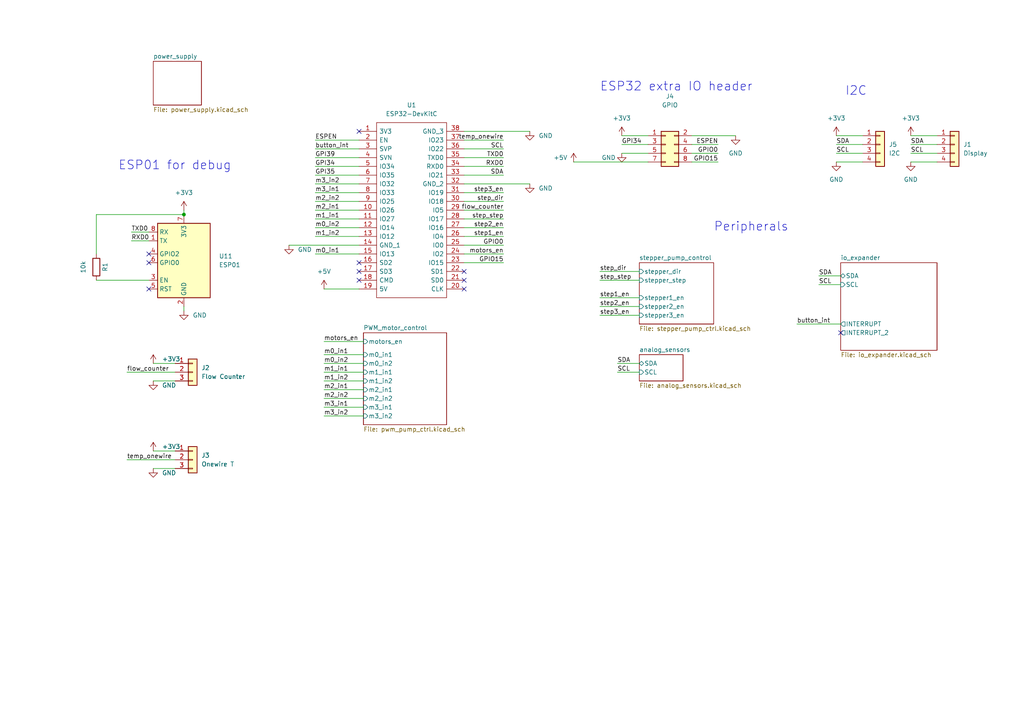
<source format=kicad_sch>
(kicad_sch (version 20211123) (generator eeschema)
  (paper "A4")
  (lib_symbols
    (symbol "Connector_Generic:Conn_01x03" (pin_names (offset 1.016) hide)
      (property "Reference" "J" (at 0 5.08 0))
      (property "Value" "Conn_01x03" (at 0 -5.08 0))
      (symbol "Conn_01x03_1_1"
        (rectangle (start -1.27 -2.413) (end 0 -2.667) (stroke (width 0.1524)))
        (rectangle (start -1.27 0.127) (end 0 -0.127) (stroke (width 0.1524)))
        (rectangle (start -1.27 2.667) (end 0 2.413) (stroke (width 0.1524)))
        (rectangle (start -1.27 3.81) (end 1.27 -3.81) (stroke (width 0.254)) (fill (type background)))
        (pin passive line (at -5.08 2.54 0) (length 3.81) (name "Pin_1") (number "1"))
        (pin passive line (at -5.08 0 0) (length 3.81) (name "Pin_2") (number "2"))
        (pin passive line (at -5.08 -2.54 0) (length 3.81) (name "Pin_3") (number "3"))
      )
    )
    (symbol "Connector_Generic:Conn_01x04" (pin_names (offset 1.016) hide)
      (property "Reference" "J" (at 0 5.08 0))
      (property "Value" "Conn_01x04" (at 0 -7.62 0))
      (symbol "Conn_01x04_1_1"
        (rectangle (start -1.27 -4.953) (end 0 -5.207) (stroke (width 0.1524)))
        (rectangle (start -1.27 -2.413) (end 0 -2.667) (stroke (width 0.1524)))
        (rectangle (start -1.27 0.127) (end 0 -0.127) (stroke (width 0.1524)))
        (rectangle (start -1.27 2.667) (end 0 2.413) (stroke (width 0.1524)))
        (rectangle (start -1.27 3.81) (end 1.27 -6.35) (stroke (width 0.254)) (fill (type background)))
        (pin passive line (at -5.08 2.54 0) (length 3.81) (name "Pin_1") (number "1"))
        (pin passive line (at -5.08 0 0) (length 3.81) (name "Pin_2") (number "2"))
        (pin passive line (at -5.08 -2.54 0) (length 3.81) (name "Pin_3") (number "3"))
        (pin passive line (at -5.08 -5.08 0) (length 3.81) (name "Pin_4") (number "4"))
      )
    )
    (symbol "Connector_Generic:Conn_02x04_Odd_Even" (pin_names (offset 1.016) hide)
      (property "Reference" "J" (at 1.27 5.08 0))
      (property "Value" "Conn_02x04_Odd_Even" (at 1.27 -7.62 0))
      (symbol "Conn_02x04_Odd_Even_1_1"
        (rectangle (start -1.27 -4.953) (end 0 -5.207) (stroke (width 0.1524)))
        (rectangle (start -1.27 -2.413) (end 0 -2.667) (stroke (width 0.1524)))
        (rectangle (start -1.27 0.127) (end 0 -0.127) (stroke (width 0.1524)))
        (rectangle (start -1.27 2.667) (end 0 2.413) (stroke (width 0.1524)))
        (rectangle (start -1.27 3.81) (end 3.81 -6.35) (stroke (width 0.254)) (fill (type background)))
        (rectangle (start 3.81 -4.953) (end 2.54 -5.207) (stroke (width 0.1524)))
        (rectangle (start 3.81 -2.413) (end 2.54 -2.667) (stroke (width 0.1524)))
        (rectangle (start 3.81 0.127) (end 2.54 -0.127) (stroke (width 0.1524)))
        (rectangle (start 3.81 2.667) (end 2.54 2.413) (stroke (width 0.1524)))
        (pin passive line (at -5.08 2.54 0) (length 3.81) (name "Pin_1") (number "1"))
        (pin passive line (at 7.62 2.54 180) (length 3.81) (name "Pin_2") (number "2"))
        (pin passive line (at -5.08 0 0) (length 3.81) (name "Pin_3") (number "3"))
        (pin passive line (at 7.62 0 180) (length 3.81) (name "Pin_4") (number "4"))
        (pin passive line (at -5.08 -2.54 0) (length 3.81) (name "Pin_5") (number "5"))
        (pin passive line (at 7.62 -2.54 180) (length 3.81) (name "Pin_6") (number "6"))
        (pin passive line (at -5.08 -5.08 0) (length 3.81) (name "Pin_7") (number "7"))
        (pin passive line (at 7.62 -5.08 180) (length 3.81) (name "Pin_8") (number "8"))
      )
    )
    (symbol "Device:R" (pin_numbers hide) (pin_names (offset 0))
      (property "Reference" "R" (at 2.032 0 90))
      (property "Value" "R" (at 0 0 90))
      (symbol "R_0_1"
        (rectangle (start -1.016 -2.54) (end 1.016 2.54) (stroke (width 0.254)))
      )
      (symbol "R_1_1"
        (pin passive line (at 0 3.81 270) (length 1.27) (name "~") (number "1"))
        (pin passive line (at 0 -3.81 90) (length 1.27) (name "~") (number "2"))
      )
    )
    (symbol "PCB Modules:ESP01"
      (property "Reference" "U" (at 2.54 15.24 0))
      (property "Value" "ESP01" (at 1.27 -8.89 0))
      (symbol "ESP01_1_1"
        (rectangle (start -7.62 13.97) (end 7.62 -7.62) (stroke (width 0.254)) (fill (type background)))
        (pin output line (at -10.16 8.89 0) (length 2.54) (name "TX") (number "1"))
        (pin power_in line (at 0 -10.16 90) (length 2.54) (name "GND") (number "2"))
        (pin input line (at -10.16 -2.54 0) (length 2.54) (name "EN") (number "3"))
        (pin bidirectional line (at -10.16 5.08 0) (length 2.54) (name "GPIO2") (number "4"))
        (pin input line (at -10.16 -5.08 0) (length 2.54) (name "RST") (number "5"))
        (pin bidirectional line (at -10.16 2.54 0) (length 2.54) (name "GPIO0") (number "6"))
        (pin power_in line (at 0 16.51 270) (length 2.54) (name "3V3") (number "7"))
        (pin input line (at -10.16 11.43 0) (length 2.54) (name "RX") (number "8"))
      )
    )
    (symbol "PCB Modules:ESP32_DevKitC_v4" (pin_names (offset 0.762))
      (property "Reference" "U" (at 26.67 7.62 0))
      (property "Value" "ESP32_DevKitC_v4" (at 26.67 5.08 0))
      (symbol "ESP32_DevKitC_v4_0_0"
        (pin power_in line (at 0 0 0) (length 5.08) (name "3V3") (number "1"))
        (pin bidirectional line (at 0 -22.86 0) (length 5.08) (name "IO26") (number "10"))
        (pin bidirectional line (at 0 -25.4 0) (length 5.08) (name "IO27") (number "11"))
        (pin bidirectional line (at 0 -27.94 0) (length 5.08) (name "IO14") (number "12"))
        (pin bidirectional line (at 0 -30.48 0) (length 5.08) (name "IO12") (number "13"))
        (pin power_in line (at 0 -33.02 0) (length 5.08) (name "GND_1") (number "14"))
        (pin bidirectional line (at 0 -35.56 0) (length 5.08) (name "IO13") (number "15"))
        (pin passive line (at 0 -38.1 0) (length 5.08) (name "SD2") (number "16"))
        (pin passive line (at 0 -40.64 0) (length 5.08) (name "SD3") (number "17"))
        (pin passive line (at 0 -43.18 0) (length 5.08) (name "CMD") (number "18"))
        (pin power_in line (at 0 -45.72 0) (length 5.08) (name "5V") (number "19"))
        (pin passive line (at 0 -2.54 0) (length 5.08) (name "EN") (number "2"))
        (pin passive line (at 30.48 -45.72 180) (length 5.08) (name "CLK") (number "20"))
        (pin passive line (at 30.48 -43.18 180) (length 5.08) (name "SD0") (number "21"))
        (pin passive line (at 30.48 -40.64 180) (length 5.08) (name "SD1") (number "22"))
        (pin passive line (at 30.48 -38.1 180) (length 5.08) (name "IO15") (number "23"))
        (pin bidirectional line (at 30.48 -35.56 180) (length 5.08) (name "IO2") (number "24"))
        (pin bidirectional line (at 30.48 -33.02 180) (length 5.08) (name "IO0") (number "25"))
        (pin bidirectional line (at 30.48 -30.48 180) (length 5.08) (name "IO4") (number "26"))
        (pin bidirectional line (at 30.48 -27.94 180) (length 5.08) (name "IO16") (number "27"))
        (pin bidirectional line (at 30.48 -25.4 180) (length 5.08) (name "IO17") (number "28"))
        (pin bidirectional line (at 30.48 -22.86 180) (length 5.08) (name "IO5") (number "29"))
        (pin passive line (at 0 -5.08 0) (length 5.08) (name "SVP") (number "3"))
        (pin bidirectional line (at 30.48 -20.32 180) (length 5.08) (name "IO18") (number "30"))
        (pin bidirectional line (at 30.48 -17.78 180) (length 5.08) (name "IO19") (number "31"))
        (pin power_in line (at 30.48 -15.24 180) (length 5.08) (name "GND_2") (number "32"))
        (pin bidirectional line (at 30.48 -12.7 180) (length 5.08) (name "IO21") (number "33"))
        (pin passive line (at 30.48 -10.16 180) (length 5.08) (name "RXD0") (number "34"))
        (pin passive line (at 30.48 -7.62 180) (length 5.08) (name "TXD0") (number "35"))
        (pin bidirectional line (at 30.48 -5.08 180) (length 5.08) (name "IO22") (number "36"))
        (pin bidirectional line (at 30.48 -2.54 180) (length 5.08) (name "IO23") (number "37"))
        (pin power_in line (at 30.48 0 180) (length 5.08) (name "GND_3") (number "38"))
        (pin passive line (at 0 -7.62 0) (length 5.08) (name "SVN") (number "4"))
        (pin bidirectional line (at 0 -10.16 0) (length 5.08) (name "IO34") (number "5"))
        (pin bidirectional line (at 0 -12.7 0) (length 5.08) (name "IO35") (number "6"))
        (pin bidirectional line (at 0 -15.24 0) (length 5.08) (name "IO32") (number "7"))
        (pin bidirectional line (at 0 -17.78 0) (length 5.08) (name "IO33") (number "8"))
        (pin bidirectional line (at 0 -20.32 0) (length 5.08) (name "IO25") (number "9"))
      )
      (symbol "ESP32_DevKitC_v4_0_1"
        (polyline (pts (xy 5.08 2.54) (xy 25.4 2.54) (xy 25.4 -48.26) (xy 5.08 -48.26) (xy 5.08 2.54)) (stroke (width 0.1524)))
      )
    )
    (symbol "power:+3V3" (power) (pin_names (offset 0))
      (property "Value" "+3V3" (at 0 3.556 0))
      (symbol "+3V3_0_1"
        (polyline (pts (xy -0.762 1.27) (xy 0 2.54)))
        (polyline (pts (xy 0 0) (xy 0 2.54)))
        (polyline (pts (xy 0 2.54) (xy 0.762 1.27)))
      )
      (symbol "+3V3_1_1"
        (pin power_in line (at 0 0 90) (length 0) hide (name "+3V3") (number "1"))
      )
    )
    (symbol "power:+5V" (power) (pin_names (offset 0))
      (property "Value" "+5V" (at 0 3.556 0))
      (symbol "+5V_0_1"
        (polyline (pts (xy -0.762 1.27) (xy 0 2.54)))
        (polyline (pts (xy 0 0) (xy 0 2.54)))
        (polyline (pts (xy 0 2.54) (xy 0.762 1.27)))
      )
      (symbol "+5V_1_1"
        (pin power_in line (at 0 0 90) (length 0) hide (name "+5V") (number "1"))
      )
    )
    (symbol "power:GND" (power) (pin_names (offset 0))
      (property "Value" "GND" (at 0 -3.81 0))
      (symbol "GND_0_1"
        (polyline (pts (xy 0 0) (xy 0 -1.27) (xy 1.27 -1.27) (xy 0 -2.54) (xy -1.27 -1.27) (xy 0 -1.27)))
      )
      (symbol "GND_1_1"
        (pin power_in line (at 0 0 270) (length 0) hide (name "GND") (number "1"))
      )
    )
  )
  (junction (at 53.34 62.23))
  (no_connect (at 134.62 78.74))
  (no_connect (at 104.14 76.2))
  (no_connect (at 104.14 78.74))
  (no_connect (at 134.62 81.28))
  (no_connect (at 43.18 83.82))
  (no_connect (at 43.18 76.2))
  (no_connect (at 104.14 81.28))
  (no_connect (at 134.62 83.82))
  (no_connect (at 104.14 38.1))
  (no_connect (at 243.84 96.52))
  (no_connect (at 43.18 73.66))
  (wire (pts (xy 180.34 39.37) (xy 187.96 39.37)))
  (wire (pts (xy 91.44 66.04) (xy 104.14 66.04)))
  (wire (pts (xy 146.05 55.88) (xy 134.62 55.88)))
  (wire (pts (xy 173.99 91.44) (xy 185.42 91.44)))
  (wire (pts (xy 134.62 76.2) (xy 146.05 76.2)))
  (wire (pts (xy 200.66 41.91) (xy 208.28 41.91)))
  (wire (pts (xy 44.45 130.81) (xy 50.8 130.81)))
  (wire (pts (xy 83.82 71.12) (xy 104.14 71.12)))
  (wire (pts (xy 38.1 67.31) (xy 43.18 67.31)))
  (wire (pts (xy 179.07 107.95) (xy 185.42 107.95)))
  (wire (pts (xy 134.62 38.1) (xy 153.67 38.1)))
  (wire (pts (xy 250.19 44.45) (xy 242.57 44.45)))
  (wire (pts (xy 237.49 82.55) (xy 243.84 82.55)))
  (wire (pts (xy 134.62 43.18) (xy 146.05 43.18)))
  (wire (pts (xy 200.66 39.37) (xy 213.36 39.37)))
  (wire (pts (xy 27.94 73.66) (xy 27.94 62.23)))
  (wire (pts (xy 44.45 135.89) (xy 50.8 135.89)))
  (wire (pts (xy 237.49 80.01) (xy 243.84 80.01)))
  (wire (pts (xy 134.62 73.66) (xy 146.05 73.66)))
  (wire (pts (xy 91.44 73.66) (xy 104.14 73.66)))
  (wire (pts (xy 44.45 110.49) (xy 50.8 110.49)))
  (wire (pts (xy 91.44 68.58) (xy 104.14 68.58)))
  (wire (pts (xy 93.98 113.03) (xy 105.41 113.03)))
  (wire (pts (xy 93.98 120.65) (xy 105.41 120.65)))
  (wire (pts (xy 134.62 50.8) (xy 146.05 50.8)))
  (wire (pts (xy 36.83 107.95) (xy 50.8 107.95)))
  (wire (pts (xy 93.98 83.82) (xy 104.14 83.82)))
  (wire (pts (xy 264.16 46.99) (xy 271.78 46.99)))
  (wire (pts (xy 27.94 81.28) (xy 43.18 81.28)))
  (wire (pts (xy 242.57 39.37) (xy 250.19 39.37)))
  (wire (pts (xy 134.62 71.12) (xy 146.05 71.12)))
  (wire (pts (xy 53.34 90.17) (xy 53.34 88.9)))
  (wire (pts (xy 36.83 133.35) (xy 50.8 133.35)))
  (wire (pts (xy 146.05 63.5) (xy 134.62 63.5)))
  (wire (pts (xy 200.66 44.45) (xy 208.28 44.45)))
  (wire (pts (xy 93.98 115.57) (xy 105.41 115.57)))
  (wire (pts (xy 146.05 60.96) (xy 134.62 60.96)))
  (wire (pts (xy 91.44 40.64) (xy 104.14 40.64)))
  (wire (pts (xy 93.98 105.41) (xy 105.41 105.41)))
  (wire (pts (xy 231.14 93.98) (xy 243.84 93.98)))
  (wire (pts (xy 242.57 46.99) (xy 250.19 46.99)))
  (wire (pts (xy 93.98 110.49) (xy 105.41 110.49)))
  (wire (pts (xy 53.34 60.96) (xy 53.34 62.23)))
  (wire (pts (xy 146.05 68.58) (xy 134.62 68.58)))
  (wire (pts (xy 173.99 88.9) (xy 185.42 88.9)))
  (wire (pts (xy 134.62 40.64) (xy 146.05 40.64)))
  (wire (pts (xy 93.98 99.06) (xy 105.41 99.06)))
  (wire (pts (xy 93.98 107.95) (xy 105.41 107.95)))
  (wire (pts (xy 179.07 105.41) (xy 185.42 105.41)))
  (wire (pts (xy 91.44 63.5) (xy 104.14 63.5)))
  (wire (pts (xy 264.16 39.37) (xy 271.78 39.37)))
  (wire (pts (xy 200.66 46.99) (xy 208.28 46.99)))
  (wire (pts (xy 91.44 45.72) (xy 104.14 45.72)))
  (wire (pts (xy 134.62 45.72) (xy 146.05 45.72)))
  (wire (pts (xy 27.94 62.23) (xy 53.34 62.23)))
  (wire (pts (xy 271.78 44.45) (xy 264.16 44.45)))
  (wire (pts (xy 91.44 53.34) (xy 104.14 53.34)))
  (wire (pts (xy 91.44 55.88) (xy 104.14 55.88)))
  (wire (pts (xy 180.34 44.45) (xy 187.96 44.45)))
  (wire (pts (xy 166.37 46.99) (xy 187.96 46.99)))
  (wire (pts (xy 91.44 58.42) (xy 104.14 58.42)))
  (wire (pts (xy 91.44 60.96) (xy 104.14 60.96)))
  (wire (pts (xy 134.62 48.26) (xy 146.05 48.26)))
  (wire (pts (xy 44.45 105.41) (xy 50.8 105.41)))
  (wire (pts (xy 91.44 50.8) (xy 104.14 50.8)))
  (wire (pts (xy 180.34 41.91) (xy 187.96 41.91)))
  (wire (pts (xy 91.44 43.18) (xy 104.14 43.18)))
  (wire (pts (xy 271.78 41.91) (xy 264.16 41.91)))
  (wire (pts (xy 134.62 53.34) (xy 153.67 53.34)))
  (wire (pts (xy 250.19 41.91) (xy 242.57 41.91)))
  (wire (pts (xy 173.99 78.74) (xy 185.42 78.74)))
  (wire (pts (xy 173.99 81.28) (xy 185.42 81.28)))
  (wire (pts (xy 91.44 48.26) (xy 104.14 48.26)))
  (wire (pts (xy 146.05 58.42) (xy 134.62 58.42)))
  (wire (pts (xy 93.98 118.11) (xy 105.41 118.11)))
  (wire (pts (xy 93.98 102.87) (xy 105.41 102.87)))
  (wire (pts (xy 146.05 66.04) (xy 134.62 66.04)))
  (wire (pts (xy 173.99 86.36) (xy 185.42 86.36)))
  (wire (pts (xy 43.18 69.85) (xy 38.1 69.85)))
  (text "ESP01 for debug" (at 34.29 49.53 0) (effects (font (size 2.54 2.54)) (justify left bottom)))
  (text "Peripherals" (at 207.01 67.31 0) (effects (font (size 2.54 2.54)) (justify left bottom)))
  (text "ESP32 extra IO header" (at 173.99 26.67 0) (effects (font (size 2.54 2.54)) (justify left bottom)))
  (text "I2C" (at 245.11 27.94 0) (effects (font (size 2.54 2.54)) (justify left bottom)))
  (label "GPI34" (at 91.44 48.26 0))
  (label "TXD0" (at 146.05 45.72 180))
  (label "GPIO0" (at 146.05 71.12 180))
  (label "SCL" (at 237.49 82.55 0))
  (label "m3_in1" (at 93.98 118.11 0))
  (label "SDA" (at 237.49 80.01 0))
  (label "m0_in1" (at 93.98 102.87 0))
  (label "SCL" (at 264.16 44.45 0))
  (label "step2_en" (at 146.05 66.04 180))
  (label "m0_in2" (at 93.98 105.41 0))
  (label "m2_in1" (at 93.98 113.03 0))
  (label "SDA" (at 146.05 50.8 180))
  (label "m2_in2" (at 91.44 58.42 0))
  (label "SDA" (at 242.57 41.91 0))
  (label "step3_en" (at 146.05 55.88 180))
  (label "m1_in2" (at 91.44 68.58 0))
  (label "step_dir" (at 146.05 58.42 180))
  (label "GPIO15" (at 146.05 76.2 180))
  (label "motors_en" (at 146.05 73.66 180))
  (label "step_dir" (at 173.99 78.74 0))
  (label "RXD0" (at 38.1 69.85 0))
  (label "temp_onewire" (at 146.05 40.64 180))
  (label "GPI35" (at 91.44 50.8 0))
  (label "button_int" (at 231.14 93.98 0))
  (label "RXD0" (at 146.05 48.26 180))
  (label "step2_en" (at 173.99 88.9 0))
  (label "SCL" (at 242.57 44.45 0))
  (label "step1_en" (at 173.99 86.36 0))
  (label "m2_in1" (at 91.44 60.96 0))
  (label "m1_in1" (at 91.44 63.5 0))
  (label "GPI39" (at 91.44 45.72 0))
  (label "m3_in2" (at 91.44 53.34 0))
  (label "GPIO0" (at 208.28 44.45 180))
  (label "m0_in2" (at 91.44 66.04 0))
  (label "SDA" (at 264.16 41.91 0))
  (label "motors_en" (at 93.98 99.06 0))
  (label "temp_onewire" (at 36.83 133.35 0))
  (label "flow_counter" (at 146.05 60.96 180))
  (label "m3_in2" (at 93.98 120.65 0))
  (label "m1_in1" (at 93.98 107.95 0))
  (label "step3_en" (at 173.99 91.44 0))
  (label "GPIO15" (at 208.28 46.99 180))
  (label "step_step" (at 173.99 81.28 0))
  (label "button_int" (at 91.44 43.18 0))
  (label "ESPEN" (at 208.28 41.91 180))
  (label "SCL" (at 146.05 43.18 180))
  (label "GPI34" (at 180.34 41.91 0))
  (label "ESPEN" (at 91.44 40.64 0))
  (label "SCL" (at 179.07 107.95 0))
  (label "m0_in1" (at 91.44 73.66 0))
  (label "step_step" (at 146.05 63.5 180))
  (label "m1_in2" (at 93.98 110.49 0))
  (label "step1_en" (at 146.05 68.58 180))
  (label "TXD0" (at 38.1 67.31 0))
  (label "flow_counter" (at 36.83 107.95 0))
  (label "SDA" (at 179.07 105.41 0))
  (label "m3_in1" (at 91.44 55.88 0))
  (label "m2_in2" (at 93.98 115.57 0))
  (symbol (lib_id "PCB Modules:ESP32_DevKitC_v4") (at 104.14 38.1 0) (unit 1)
    (property "Reference" "U1" (at 119.38 30.48 0))
    (property "Value" "ESP32-DevKitC" (at 119.38 33.02 0))
    (property "Footprint" "PCB Modules:ESP32_DevKitC_V4" (effects hide))
    (property "Datasheet" "http://esp-idf.readthedocs.io/en/latest/get-started/get-started-devkitc.html" (effects hide))
    (property "Description" "WiFi / 802.11 Development Tools ESP32 General Development Kit, ESP-WROOM-32 on the board" (effects hide))
    (property "Height" "5" (effects hide))
    (property "Manufacturer_Name" "Espressif Systems" (effects hide))
    (property "Manufacturer_Part_Number" "ESP32-DevKitC" (effects hide))
  )
  (symbol (lib_id "power:GND") (at 213.36 39.37 0) (unit 1)
    (property "Reference" "#PWR013" (effects hide))
    (property "Value" "GND" (at 213.36 44.45 0))
  )
  (symbol (lib_id "power:+3V3") (at 44.45 105.41 0) (unit 1)
    (property "Reference" "#PWR02" (effects hide))
    (property "Value" "+3V3" (at 46.99 104.1399 0) (effects (justify left)))
  )
  (symbol (lib_id "Device:R") (at 27.94 77.47 180) (unit 1)
    (property "Reference" "R1" (at 30.48 77.47 90))
    (property "Value" "10k" (at 24.13 77.47 90))
    (property "Footprint" "Resistor_SMD:R_1206_3216Metric" (effects hide))
  )
  (symbol (lib_id "power:GND") (at 44.45 110.49 0) (unit 1)
    (property "Reference" "#PWR03" (effects hide))
    (property "Value" "GND" (at 46.99 111.7599 0) (effects (justify left)))
  )
  (symbol (lib_id "power:GND") (at 83.82 71.12 0) (unit 1)
    (property "Reference" "#PWR07" (effects hide))
    (property "Value" "GND" (at 86.36 72.3899 0) (effects (justify left)))
  )
  (symbol (lib_id "power:+3V3") (at 44.45 130.81 0) (unit 1)
    (property "Reference" "#PWR04" (effects hide))
    (property "Value" "+3V3" (at 46.99 129.5399 0) (effects (justify left)))
  )
  (symbol (lib_id "power:GND") (at 264.16 46.99 0) (unit 1)
    (property "Reference" "#PWR0105" (effects hide))
    (property "Value" "GND" (at 264.16 52.07 0))
  )
  (symbol (lib_id "power:GND") (at 180.34 44.45 0) (unit 1)
    (property "Reference" "#PWR0107" (effects hide))
    (property "Value" "GND" (at 176.53 45.72 0))
  )
  (symbol (lib_id "power:GND") (at 242.57 46.99 0) (unit 1)
    (property "Reference" "#PWR015" (effects hide))
    (property "Value" "GND" (at 242.57 52.07 0))
  )
  (symbol (lib_id "PCB Modules:ESP01") (at 53.34 78.74 0) (unit 1)
    (property "Reference" "U11" (at 63.5 74.2949 0) (effects (justify left)))
    (property "Value" "ESP01" (at 63.5 76.8349 0) (effects (justify left)))
    (property "Footprint" "PCB Modules:ESP01" (effects hide))
  )
  (symbol (lib_id "Connector_Generic:Conn_02x04_Odd_Even") (at 193.04 41.91 0) (unit 1)
    (property "Reference" "J4" (at 194.31 27.94 0))
    (property "Value" "GPIO" (at 194.31 30.48 0))
    (property "Footprint" "Connector_PinHeader_2.54mm:PinHeader_2x04_P2.54mm_Vertical" (effects hide))
  )
  (symbol (lib_id "power:GND") (at 53.34 90.17 0) (unit 1)
    (property "Reference" "#PWR0101" (effects hide))
    (property "Value" "GND" (at 55.88 91.4399 0) (effects (justify left)))
  )
  (symbol (lib_id "power:+3V3") (at 180.34 39.37 0) (mirror y) (unit 1)
    (property "Reference" "#PWR0103" (effects hide))
    (property "Value" "+3V3" (at 180.34 34.29 0))
  )
  (symbol (lib_id "Connector_Generic:Conn_01x03") (at 55.88 107.95 0) (unit 1)
    (property "Reference" "J2" (at 58.42 106.6799 0) (effects (justify left)))
    (property "Value" "Flow Counter" (at 58.42 109.2199 0) (effects (justify left)))
    (property "Footprint" "Connector_PinHeader_2.54mm:PinHeader_1x03_P2.54mm_Vertical" (effects hide))
  )
  (symbol (lib_id "power:+5V") (at 93.98 83.82 0) (unit 1)
    (property "Reference" "#PWR08" (effects hide))
    (property "Value" "+5V" (at 93.98 78.74 0))
  )
  (symbol (lib_id "power:GND") (at 153.67 53.34 0) (unit 1)
    (property "Reference" "#PWR010" (effects hide))
    (property "Value" "GND" (at 156.21 54.6099 0) (effects (justify left)))
  )
  (symbol (lib_id "Connector_Generic:Conn_01x04") (at 276.86 41.91 0) (unit 1)
    (property "Reference" "J1" (at 279.4 41.9099 0) (effects (justify left)))
    (property "Value" "Display" (at 279.4 44.4499 0) (effects (justify left)))
    (property "Footprint" "Connector_PinHeader_2.54mm:PinHeader_1x04_P2.54mm_Vertical" (effects hide))
  )
  (symbol (lib_id "Connector_Generic:Conn_01x04") (at 255.27 41.91 0) (unit 1)
    (property "Reference" "J5" (at 257.81 41.9099 0) (effects (justify left)))
    (property "Value" "I2C" (at 257.81 44.4499 0) (effects (justify left)))
    (property "Footprint" "Connector_PinHeader_2.54mm:PinHeader_1x04_P2.54mm_Vertical" (effects hide))
  )
  (symbol (lib_id "Connector_Generic:Conn_01x03") (at 55.88 133.35 0) (unit 1)
    (property "Reference" "J3" (at 58.42 132.0799 0) (effects (justify left)))
    (property "Value" "Onewire T" (at 58.42 134.6199 0) (effects (justify left)))
    (property "Footprint" "Connector_PinHeader_2.54mm:PinHeader_1x03_P2.54mm_Vertical" (effects hide))
  )
  (symbol (lib_id "power:+5V") (at 166.37 46.99 0) (unit 1)
    (property "Reference" "#PWR0104" (effects hide))
    (property "Value" "+5V" (at 162.56 45.72 0))
  )
  (symbol (lib_id "power:GND") (at 44.45 135.89 0) (unit 1)
    (property "Reference" "#PWR05" (effects hide))
    (property "Value" "GND" (at 46.99 137.1599 0) (effects (justify left)))
  )
  (symbol (lib_id "power:+3V3") (at 264.16 39.37 0) (unit 1)
    (property "Reference" "#PWR0106" (effects hide))
    (property "Value" "+3V3" (at 264.16 34.29 0))
  )
  (symbol (lib_id "power:GND") (at 153.67 38.1 0) (unit 1)
    (property "Reference" "#PWR09" (effects hide))
    (property "Value" "GND" (at 156.21 39.3699 0) (effects (justify left)))
  )
  (symbol (lib_id "power:+3V3") (at 242.57 39.37 0) (unit 1)
    (property "Reference" "#PWR014" (effects hide))
    (property "Value" "+3V3" (at 242.57 34.29 0))
  )
  (symbol (lib_id "power:+3V3") (at 53.34 60.96 0) (unit 1)
    (property "Reference" "#PWR0102" (effects hide))
    (property "Value" "+3V3" (at 53.34 55.88 0))
  )
  (sheet (at 44.45 17.78) (size 13.97 12.7) (stroke (width 0.1524))
    (property "Sheet name" "power_supply" (at 44.45 17.0684 0) (effects (justify left bottom)))
    (property "Sheet file" "power_supply.kicad_sch" (at 44.45 31.0646 0) (effects (justify left top)))
  )
  (sheet (at 243.84 76.2) (size 27.94 25.4) (stroke (width 0.1524))
    (property "Sheet name" "io_expander" (at 243.84 75.4884 0) (effects (justify left bottom)))
    (property "Sheet file" "io_expander.kicad_sch" (at 243.84 102.1846 0) (effects (justify left top)))
    (pin "SDA" bidirectional (at 243.84 80.01 180))
    (pin "INTERRUPT" output (at 243.84 93.98 180))
    (pin "SCL" input (at 243.84 82.55 180))
    (pin "INTERRUPT_2" output (at 243.84 96.52 180))
  )
  (sheet (at 185.42 102.87) (size 12.7 7.62) (stroke (width 0.1524))
    (property "Sheet name" "analog_sensors" (at 185.42 102.1584 0) (effects (justify left bottom)))
    (property "Sheet file" "analog_sensors.kicad_sch" (at 185.42 111.0746 0) (effects (justify left top)))
    (pin "SDA" bidirectional (at 185.42 105.41 180))
    (pin "SCL" input (at 185.42 107.95 180))
  )
  (sheet (at 105.41 96.52) (size 24.13 26.67) (stroke (width 0.1524))
    (property "Sheet name" "PWM_motor_control" (at 105.41 95.8084 0) (effects (justify left bottom)))
    (property "Sheet file" "pwm_pump_ctrl.kicad_sch" (at 105.41 123.7746 0) (effects (justify left top)))
    (pin "motors_en" input (at 105.41 99.06 180))
    (pin "m2_in1" input (at 105.41 113.03 180))
    (pin "m3_in1" input (at 105.41 118.11 180))
    (pin "m2_in2" input (at 105.41 115.57 180))
    (pin "m3_in2" input (at 105.41 120.65 180))
    (pin "m0_in2" input (at 105.41 105.41 180))
    (pin "m1_in1" input (at 105.41 107.95 180))
    (pin "m1_in2" input (at 105.41 110.49 180))
    (pin "m0_in1" input (at 105.41 102.87 180))
  )
  (sheet (at 185.42 76.2) (size 21.59 17.78) (stroke (width 0.1524))
    (property "Sheet name" "stepper_pump_control" (at 185.42 75.4884 0) (effects (justify left bottom)))
    (property "Sheet file" "stepper_pump_ctrl.kicad_sch" (at 185.42 94.5646 0) (effects (justify left top)))
    (pin "stepper_dir" input (at 185.42 78.74 180))
    (pin "stepper_step" input (at 185.42 81.28 180))
    (pin "stepper1_en" input (at 185.42 86.36 180))
    (pin "stepper2_en" input (at 185.42 88.9 180))
    (pin "stepper3_en" input (at 185.42 91.44 180))
  )
)
</source>
